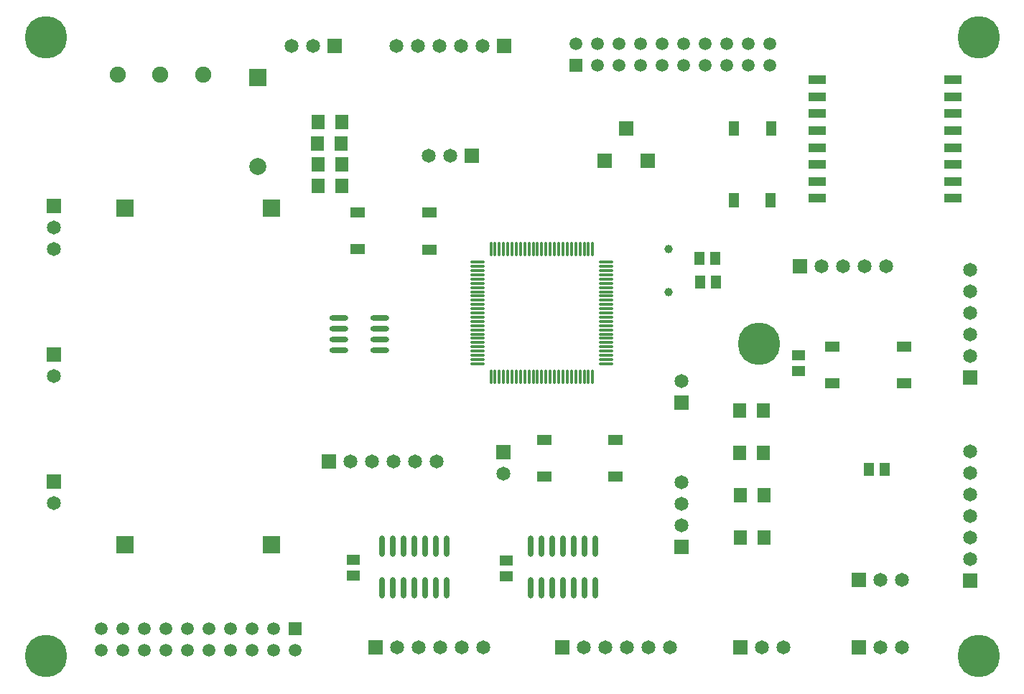
<source format=gbr>
G04 Layer_Color=255*
%FSLAX23Y23*%
%MOIN*%
%TF.FileFunction,Pads,Top*%
%TF.Part,Single*%
G01*
G75*
%TA.AperFunction,SMDPad*%
%ADD10R,0.079X0.039*%
%TA.AperFunction,SMDPad*%
%ADD11R,0.063X0.071*%
%TA.AperFunction,SMDPad*%
%ADD12O,0.087X0.024*%
%TA.AperFunction,SMDPad*%
%ADD13R,0.059X0.051*%
%TA.AperFunction,SMDPad*%
%ADD14R,0.051X0.065*%
%TA.AperFunction,SMDPad*%
%ADD15R,0.065X0.051*%
%TA.AperFunction,SMDPad*%
%ADD16R,0.051X0.059*%
%TA.AperFunction,SMDPad*%
%ADD17O,0.012X0.071*%
%TA.AperFunction,SMDPad*%
%ADD18O,0.071X0.012*%
%TA.AperFunction,SMDPad*%
%ADD19O,0.028X0.098*%
%TA.AperFunction,ViaPad*%
%ADD25C,0.065*%
%TA.AperFunction,ViaPad*%
%ADD26R,0.065X0.065*%
%TA.AperFunction,ViaPad*%
%ADD27C,0.059*%
%TA.AperFunction,ViaPad*%
%ADD28R,0.059X0.059*%
%TA.AperFunction,ConnectorPad*%
%ADD29C,0.197*%
%TA.AperFunction,ViaPad*%
%ADD30C,0.079*%
%TA.AperFunction,ViaPad*%
%ADD31R,0.079X0.079*%
%TA.AperFunction,ViaPad*%
%ADD32R,0.065X0.065*%
%TA.AperFunction,ViaPad*%
%ADD33R,0.079X0.079*%
%TA.AperFunction,ViaPad*%
%ADD34C,0.075*%
%TA.AperFunction,ViaPad*%
%ADD35C,0.039*%
D10*
X5354Y4213D02*
D03*
Y4134D02*
D03*
Y4055D02*
D03*
Y3977D02*
D03*
Y3662D02*
D03*
Y3741D02*
D03*
Y3819D02*
D03*
Y3898D02*
D03*
X4724D02*
D03*
Y3819D02*
D03*
Y3741D02*
D03*
Y3662D02*
D03*
Y3977D02*
D03*
Y4055D02*
D03*
Y4134D02*
D03*
Y4213D02*
D03*
D11*
X4363Y2675D02*
D03*
X4473D02*
D03*
X4363Y2479D02*
D03*
X4473D02*
D03*
X4368Y2283D02*
D03*
X4478D02*
D03*
X4368Y2086D02*
D03*
X4478D02*
D03*
X2406Y3720D02*
D03*
X2516D02*
D03*
X2405Y3916D02*
D03*
X2515D02*
D03*
X2406Y4016D02*
D03*
X2516D02*
D03*
X2406Y3819D02*
D03*
X2516D02*
D03*
D12*
X2504Y3106D02*
D03*
Y3056D02*
D03*
Y3006D02*
D03*
Y2956D02*
D03*
X2693Y3106D02*
D03*
Y3056D02*
D03*
Y3006D02*
D03*
Y2956D02*
D03*
D13*
X4636Y2859D02*
D03*
Y2933D02*
D03*
X3280Y1980D02*
D03*
Y1906D02*
D03*
X2571Y1983D02*
D03*
Y1909D02*
D03*
D14*
X4509Y3985D02*
D03*
X4338D02*
D03*
X4508Y3653D02*
D03*
X4338Y3654D02*
D03*
D15*
X4795Y2974D02*
D03*
Y2803D02*
D03*
X5127Y2973D02*
D03*
X5126Y2803D02*
D03*
X2922Y3424D02*
D03*
Y3595D02*
D03*
X2590Y3425D02*
D03*
X2591Y3595D02*
D03*
X3456Y2541D02*
D03*
Y2370D02*
D03*
X3788Y2540D02*
D03*
X3787Y2370D02*
D03*
D16*
X4963Y2402D02*
D03*
X5037D02*
D03*
X4254Y3274D02*
D03*
X4180D02*
D03*
X4251Y3384D02*
D03*
X4177D02*
D03*
D17*
X3209Y3427D02*
D03*
X3228D02*
D03*
X3248D02*
D03*
X3268D02*
D03*
X3287D02*
D03*
X3307D02*
D03*
X3327D02*
D03*
X3346D02*
D03*
X3366D02*
D03*
X3386D02*
D03*
X3406D02*
D03*
X3425D02*
D03*
X3445D02*
D03*
X3465D02*
D03*
X3484D02*
D03*
X3504D02*
D03*
X3524D02*
D03*
X3543D02*
D03*
X3563D02*
D03*
X3583D02*
D03*
X3602D02*
D03*
X3622D02*
D03*
X3642D02*
D03*
X3661D02*
D03*
X3681D02*
D03*
Y2833D02*
D03*
X3661D02*
D03*
X3642D02*
D03*
X3622D02*
D03*
X3602D02*
D03*
X3583D02*
D03*
X3563D02*
D03*
X3543D02*
D03*
X3524D02*
D03*
X3504D02*
D03*
X3484D02*
D03*
X3465D02*
D03*
X3445D02*
D03*
X3425D02*
D03*
X3406D02*
D03*
X3386D02*
D03*
X3366D02*
D03*
X3346D02*
D03*
X3327D02*
D03*
X3307D02*
D03*
X3287D02*
D03*
X3268D02*
D03*
X3248D02*
D03*
X3228D02*
D03*
X3209D02*
D03*
D18*
X3742Y3366D02*
D03*
Y3346D02*
D03*
Y3327D02*
D03*
Y3307D02*
D03*
Y3287D02*
D03*
Y3268D02*
D03*
Y3248D02*
D03*
Y3228D02*
D03*
Y3209D02*
D03*
Y3189D02*
D03*
Y3169D02*
D03*
Y3150D02*
D03*
Y3130D02*
D03*
Y3110D02*
D03*
Y3091D02*
D03*
Y3071D02*
D03*
Y3051D02*
D03*
Y3031D02*
D03*
Y3012D02*
D03*
Y2992D02*
D03*
Y2972D02*
D03*
Y2953D02*
D03*
Y2933D02*
D03*
Y2913D02*
D03*
Y2894D02*
D03*
X3148D02*
D03*
Y2913D02*
D03*
Y2933D02*
D03*
Y2953D02*
D03*
Y2972D02*
D03*
Y2992D02*
D03*
Y3012D02*
D03*
Y3031D02*
D03*
Y3051D02*
D03*
Y3071D02*
D03*
Y3091D02*
D03*
Y3110D02*
D03*
Y3130D02*
D03*
Y3150D02*
D03*
Y3169D02*
D03*
Y3189D02*
D03*
Y3209D02*
D03*
Y3228D02*
D03*
Y3248D02*
D03*
Y3268D02*
D03*
Y3287D02*
D03*
Y3307D02*
D03*
Y3327D02*
D03*
Y3346D02*
D03*
Y3366D02*
D03*
D19*
X3393Y1852D02*
D03*
X3443D02*
D03*
X3493D02*
D03*
X3543D02*
D03*
X3593D02*
D03*
X3643D02*
D03*
X3693D02*
D03*
X3393Y2045D02*
D03*
X3443D02*
D03*
X3493D02*
D03*
X3543D02*
D03*
X3593D02*
D03*
X3643D02*
D03*
X3693D02*
D03*
X2704Y1852D02*
D03*
X2754D02*
D03*
X2804D02*
D03*
X2854D02*
D03*
X2904D02*
D03*
X2954D02*
D03*
X3004D02*
D03*
X2704Y2045D02*
D03*
X2754D02*
D03*
X2804D02*
D03*
X2854D02*
D03*
X2904D02*
D03*
X2954D02*
D03*
X3004D02*
D03*
D25*
X4567Y1575D02*
D03*
X4467D02*
D03*
X1181Y2246D02*
D03*
Y2836D02*
D03*
X1181Y3425D02*
D03*
Y3525D02*
D03*
X2921Y3860D02*
D03*
X3021D02*
D03*
X3640Y1575D02*
D03*
X3740D02*
D03*
X3840D02*
D03*
X3940D02*
D03*
X4040D02*
D03*
X2774D02*
D03*
X2874D02*
D03*
X2974D02*
D03*
X3074D02*
D03*
X3174D02*
D03*
X4743Y3346D02*
D03*
X4843D02*
D03*
X4943D02*
D03*
X5043D02*
D03*
X5433Y2931D02*
D03*
Y3031D02*
D03*
Y3131D02*
D03*
Y3231D02*
D03*
Y3331D02*
D03*
Y2387D02*
D03*
Y2287D02*
D03*
Y2187D02*
D03*
Y2087D02*
D03*
Y1987D02*
D03*
Y2487D02*
D03*
X3171Y4370D02*
D03*
X3071D02*
D03*
X2971D02*
D03*
X2871D02*
D03*
X2771D02*
D03*
X2283D02*
D03*
X2383D02*
D03*
X3268Y2383D02*
D03*
X2557Y2441D02*
D03*
X2657D02*
D03*
X2757D02*
D03*
X2857D02*
D03*
X2957D02*
D03*
X4094Y2813D02*
D03*
Y2144D02*
D03*
Y2244D02*
D03*
Y2344D02*
D03*
X5118Y1575D02*
D03*
X5018D02*
D03*
X5118Y1890D02*
D03*
X5018D02*
D03*
D26*
X4367Y1575D02*
D03*
X3121Y3860D02*
D03*
X3540Y1575D02*
D03*
X2674D02*
D03*
X4643Y3346D02*
D03*
X3737Y3837D02*
D03*
X3271Y4370D02*
D03*
X2483D02*
D03*
X2457Y2441D02*
D03*
X4918Y1575D02*
D03*
X4918Y1890D02*
D03*
D27*
X1700Y1664D02*
D03*
Y1564D02*
D03*
X1800Y1664D02*
D03*
Y1564D02*
D03*
X2300D02*
D03*
X2200Y1664D02*
D03*
Y1564D02*
D03*
X2100Y1664D02*
D03*
Y1564D02*
D03*
X2000Y1664D02*
D03*
Y1564D02*
D03*
X1900Y1664D02*
D03*
Y1564D02*
D03*
X1600D02*
D03*
Y1664D02*
D03*
X1500Y1564D02*
D03*
Y1664D02*
D03*
X1400Y1564D02*
D03*
Y1664D02*
D03*
X4205Y4281D02*
D03*
Y4381D02*
D03*
X4105Y4281D02*
D03*
Y4381D02*
D03*
X3605D02*
D03*
X3705Y4281D02*
D03*
Y4381D02*
D03*
X3805Y4281D02*
D03*
Y4381D02*
D03*
X3905Y4281D02*
D03*
Y4381D02*
D03*
X4005Y4281D02*
D03*
Y4381D02*
D03*
X4305D02*
D03*
Y4281D02*
D03*
X4405Y4381D02*
D03*
Y4281D02*
D03*
X4505Y4381D02*
D03*
Y4281D02*
D03*
D28*
X2300Y1664D02*
D03*
X3605Y4281D02*
D03*
D29*
X4454Y2985D02*
D03*
X5472Y4409D02*
D03*
Y1535D02*
D03*
X1142D02*
D03*
Y4409D02*
D03*
D30*
X2126Y3810D02*
D03*
D31*
Y4222D02*
D03*
D32*
X1181Y2346D02*
D03*
Y2936D02*
D03*
X1181Y3625D02*
D03*
X5433Y2831D02*
D03*
Y1887D02*
D03*
X3837Y3987D02*
D03*
X3937Y3837D02*
D03*
X3268Y2483D02*
D03*
X4094Y2713D02*
D03*
Y2044D02*
D03*
D33*
X2191Y3615D02*
D03*
X1510D02*
D03*
X2191Y2054D02*
D03*
X1510D02*
D03*
D34*
X1675Y4238D02*
D03*
X1875D02*
D03*
X1478D02*
D03*
D35*
X4035Y3228D02*
D03*
Y3425D02*
D03*
%TF.MD5,404F531249562E0CD41B4BFEE0D1992E*%
M02*

</source>
